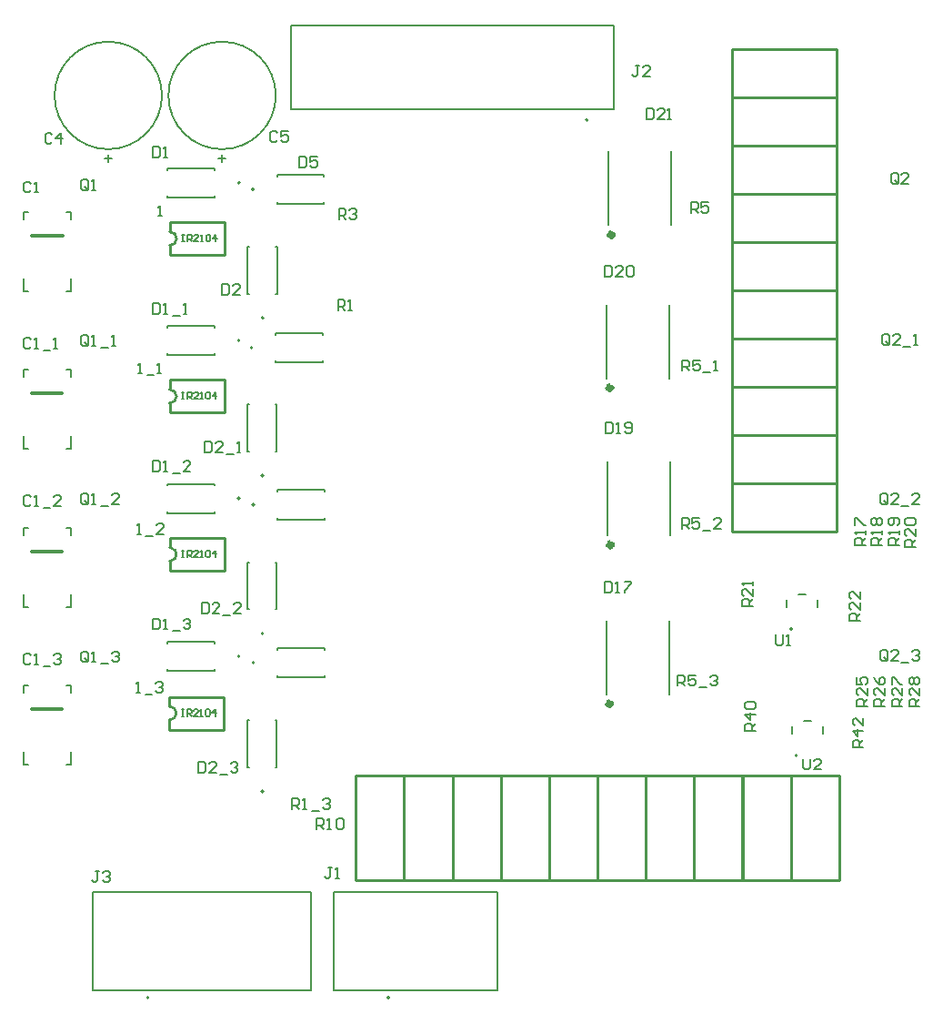
<source format=gto>
G04*
G04 #@! TF.GenerationSoftware,Altium Limited,Altium Designer,20.0.13 (296)*
G04*
G04 Layer_Color=65535*
%FSLAX44Y44*%
%MOMM*%
G71*
G01*
G75*
%ADD10C,0.2000*%
%ADD11C,0.6096*%
%ADD12C,0.2540*%
%ADD13C,0.1270*%
%ADD14C,0.1500*%
%ADD15C,0.3000*%
D10*
X770000Y229950D02*
G03*
X770000Y229950I-1000J0D01*
G01*
X765250Y347650D02*
G03*
X765250Y347650I-1000J0D01*
G01*
X166200Y4950D02*
G03*
X166200Y4950I-1000J0D01*
G01*
X575000Y821250D02*
G03*
X575000Y821250I-1000J0D01*
G01*
X390250Y4950D02*
G03*
X390250Y4950I-1000J0D01*
G01*
X264480Y316330D02*
G03*
X264480Y316330I-1000J0D01*
G01*
Y463227D02*
G03*
X264480Y463227I-1000J0D01*
G01*
X262850Y609150D02*
G03*
X262850Y609150I-1000J0D01*
G01*
X264100Y756650D02*
G03*
X264100Y756650I-1000J0D01*
G01*
X272980Y196530D02*
G03*
X272980Y196530I-1000J0D01*
G01*
Y343427D02*
G03*
X272980Y343427I-1000J0D01*
G01*
Y490323D02*
G03*
X272980Y490323I-1000J0D01*
G01*
X273100Y637100D02*
G03*
X273100Y637100I-1000J0D01*
G01*
X251030Y322280D02*
G03*
X251030Y322280I-1000J0D01*
G01*
Y469177D02*
G03*
X251030Y469177I-1000J0D01*
G01*
Y616073D02*
G03*
X251030Y616073I-1000J0D01*
G01*
X251150Y762850D02*
G03*
X251150Y762850I-1000J0D01*
G01*
X284500Y844000D02*
G03*
X284500Y844000I-50000J0D01*
G01*
X178500D02*
G03*
X178500Y844000I-50000J0D01*
G01*
X234500Y781750D02*
Y788750D01*
X231000Y785250D02*
X238000D01*
X128500Y781750D02*
Y788750D01*
X125000Y785250D02*
X132000D01*
X196880Y272911D02*
X198914D01*
X197897D01*
Y266810D01*
X196880D01*
X198914D01*
X201964D02*
Y272911D01*
X205014D01*
X206031Y271894D01*
Y269860D01*
X205014Y268844D01*
X201964D01*
X203998D02*
X206031Y266810D01*
X212132D02*
X208065D01*
X212132Y270877D01*
Y271894D01*
X211115Y272911D01*
X209082D01*
X208065Y271894D01*
X214166Y266810D02*
X216199D01*
X215182D01*
Y272911D01*
X214166Y271894D01*
X219250D02*
X220266Y272911D01*
X222300D01*
X223317Y271894D01*
Y267827D01*
X222300Y266810D01*
X220266D01*
X219250Y267827D01*
Y271894D01*
X228401Y266810D02*
Y272911D01*
X225351Y269860D01*
X229418D01*
X197110Y420737D02*
X199144D01*
X198127D01*
Y414637D01*
X197110D01*
X199144D01*
X202194D02*
Y420737D01*
X205244D01*
X206261Y419721D01*
Y417687D01*
X205244Y416670D01*
X202194D01*
X204228D02*
X206261Y414637D01*
X212362D02*
X208295D01*
X212362Y418704D01*
Y419721D01*
X211345Y420737D01*
X209312D01*
X208295Y419721D01*
X214396Y414637D02*
X216429D01*
X215413D01*
Y420737D01*
X214396Y419721D01*
X219480D02*
X220497Y420737D01*
X222530D01*
X223547Y419721D01*
Y415653D01*
X222530Y414637D01*
X220497D01*
X219480Y415653D01*
Y419721D01*
X228631Y414637D02*
Y420737D01*
X225581Y417687D01*
X229648D01*
X197110Y567634D02*
X199144D01*
X198127D01*
Y561533D01*
X197110D01*
X199144D01*
X202194D02*
Y567634D01*
X205244D01*
X206261Y566617D01*
Y564584D01*
X205244Y563567D01*
X202194D01*
X204228D02*
X206261Y561533D01*
X212362D02*
X208295D01*
X212362Y565601D01*
Y566617D01*
X211345Y567634D01*
X209312D01*
X208295Y566617D01*
X214396Y561533D02*
X216429D01*
X215413D01*
Y567634D01*
X214396Y566617D01*
X219480D02*
X220497Y567634D01*
X222530D01*
X223547Y566617D01*
Y562550D01*
X222530Y561533D01*
X220497D01*
X219480Y562550D01*
Y566617D01*
X228631Y561533D02*
Y567634D01*
X225581Y564584D01*
X229648D01*
X197230Y714411D02*
X199264D01*
X198247D01*
Y708310D01*
X197230D01*
X199264D01*
X202314D02*
Y714411D01*
X205364D01*
X206381Y713394D01*
Y711360D01*
X205364Y710344D01*
X202314D01*
X204348D02*
X206381Y708310D01*
X212482D02*
X208415D01*
X212482Y712377D01*
Y713394D01*
X211465Y714411D01*
X209432D01*
X208415Y713394D01*
X214516Y708310D02*
X216549D01*
X215532D01*
Y714411D01*
X214516Y713394D01*
X219600D02*
X220616Y714411D01*
X222650D01*
X223667Y713394D01*
Y709327D01*
X222650Y708310D01*
X220616D01*
X219600Y709327D01*
Y713394D01*
X228751Y708310D02*
Y714411D01*
X225700Y711360D01*
X229768D01*
X154504Y288335D02*
X157836D01*
X156170D01*
Y298332D01*
X154504Y296665D01*
X162835Y286668D02*
X169499D01*
X172831Y296665D02*
X174498Y298332D01*
X177830D01*
X179496Y296665D01*
Y294999D01*
X177830Y293333D01*
X176164D01*
X177830D01*
X179496Y291667D01*
Y290001D01*
X177830Y288335D01*
X174498D01*
X172831Y290001D01*
X156170Y585335D02*
X159502D01*
X157836D01*
Y595331D01*
X156170Y593665D01*
X164501Y583669D02*
X171165D01*
X174498Y585335D02*
X177830D01*
X176164D01*
Y595331D01*
X174498Y593665D01*
X155254Y435835D02*
X158586D01*
X156920D01*
Y445831D01*
X155254Y444165D01*
X163585Y434169D02*
X170249D01*
X180246Y435835D02*
X173581D01*
X180246Y442499D01*
Y444165D01*
X178580Y445831D01*
X175248D01*
X173581Y444165D01*
X306419Y786998D02*
Y777002D01*
X311418D01*
X313084Y778668D01*
Y785332D01*
X311418Y786998D01*
X306419D01*
X323081D02*
X316416D01*
Y782000D01*
X319748Y783666D01*
X321414D01*
X323081Y782000D01*
Y778668D01*
X321414Y777002D01*
X318082D01*
X316416Y778668D01*
X775669Y226998D02*
Y218668D01*
X777336Y217002D01*
X780668D01*
X782334Y218668D01*
Y226998D01*
X792331Y217002D02*
X785666D01*
X792331Y223666D01*
Y225332D01*
X790665Y226998D01*
X787332D01*
X785666Y225332D01*
X750335Y342248D02*
Y333918D01*
X752002Y332252D01*
X755334D01*
X757000Y333918D01*
Y342248D01*
X760332Y332252D02*
X763664D01*
X761998D01*
Y342248D01*
X760332Y340582D01*
X831498Y237921D02*
X821502D01*
Y242919D01*
X823168Y244585D01*
X826500D01*
X828166Y242919D01*
Y237921D01*
Y241253D02*
X831498Y244585D01*
Y252916D02*
X821502D01*
X826500Y247918D01*
Y254582D01*
X831498Y264579D02*
Y257915D01*
X824834Y264579D01*
X823168D01*
X821502Y262913D01*
Y259581D01*
X823168Y257915D01*
X731548Y252997D02*
X721552D01*
Y257995D01*
X723218Y259661D01*
X726550D01*
X728216Y257995D01*
Y252997D01*
Y256329D02*
X731548Y259661D01*
Y267992D02*
X721552D01*
X726550Y262994D01*
Y269658D01*
X723218Y272990D02*
X721552Y274656D01*
Y277989D01*
X723218Y279655D01*
X729882D01*
X731548Y277989D01*
Y274656D01*
X729882Y272990D01*
X723218D01*
X883998Y275921D02*
X874002D01*
Y280919D01*
X875668Y282585D01*
X879000D01*
X880666Y280919D01*
Y275921D01*
Y279253D02*
X883998Y282585D01*
Y292582D02*
Y285918D01*
X877334Y292582D01*
X875668D01*
X874002Y290916D01*
Y287584D01*
X875668Y285918D01*
Y295914D02*
X874002Y297581D01*
Y300913D01*
X875668Y302579D01*
X877334D01*
X879000Y300913D01*
X880666Y302579D01*
X882332D01*
X883998Y300913D01*
Y297581D01*
X882332Y295914D01*
X880666D01*
X879000Y297581D01*
X877334Y295914D01*
X875668D01*
X879000Y297581D02*
Y300913D01*
X867998Y275921D02*
X858002D01*
Y280919D01*
X859668Y282586D01*
X863000D01*
X864666Y280919D01*
Y275921D01*
Y279253D02*
X867998Y282586D01*
Y292582D02*
Y285918D01*
X861334Y292582D01*
X859668D01*
X858002Y290916D01*
Y287584D01*
X859668Y285918D01*
X858002Y295914D02*
Y302579D01*
X859668D01*
X866332Y295914D01*
X867998D01*
X851748Y275921D02*
X841752D01*
Y280919D01*
X843418Y282586D01*
X846750D01*
X848416Y280919D01*
Y275921D01*
Y279253D02*
X851748Y282586D01*
Y292582D02*
Y285918D01*
X845084Y292582D01*
X843418D01*
X841752Y290916D01*
Y287584D01*
X843418Y285918D01*
X841752Y302579D02*
X843418Y299247D01*
X846750Y295914D01*
X850082D01*
X851748Y297581D01*
Y300913D01*
X850082Y302579D01*
X848416D01*
X846750Y300913D01*
Y295914D01*
X835498Y275921D02*
X825502D01*
Y280919D01*
X827168Y282586D01*
X830500D01*
X832166Y280919D01*
Y275921D01*
Y279253D02*
X835498Y282586D01*
Y292582D02*
Y285918D01*
X828834Y292582D01*
X827168D01*
X825502Y290916D01*
Y287584D01*
X827168Y285918D01*
X825502Y302579D02*
Y295914D01*
X830500D01*
X828834Y299247D01*
Y300913D01*
X830500Y302579D01*
X833832D01*
X835498Y300913D01*
Y297581D01*
X833832Y295914D01*
X828248Y355671D02*
X818252D01*
Y360669D01*
X819918Y362335D01*
X823250D01*
X824916Y360669D01*
Y355671D01*
Y359003D02*
X828248Y362335D01*
Y372332D02*
Y365668D01*
X821584Y372332D01*
X819918D01*
X818252Y370666D01*
Y367334D01*
X819918Y365668D01*
X828248Y382329D02*
Y375664D01*
X821584Y382329D01*
X819918D01*
X818252Y380663D01*
Y377331D01*
X819918Y375664D01*
X728498Y368587D02*
X718502D01*
Y373586D01*
X720168Y375252D01*
X723500D01*
X725166Y373586D01*
Y368587D01*
Y371919D02*
X728498Y375252D01*
Y385248D02*
Y378584D01*
X721834Y385248D01*
X720168D01*
X718502Y383582D01*
Y380250D01*
X720168Y378584D01*
X728498Y388581D02*
Y391913D01*
Y390247D01*
X718502D01*
X720168Y388581D01*
X880248Y424338D02*
X870252D01*
Y429336D01*
X871918Y431002D01*
X875250D01*
X876916Y429336D01*
Y424338D01*
Y427670D02*
X880248Y431002D01*
Y440999D02*
Y434335D01*
X873584Y440999D01*
X871918D01*
X870252Y439333D01*
Y436001D01*
X871918Y434335D01*
Y444331D02*
X870252Y445998D01*
Y449330D01*
X871918Y450996D01*
X878582D01*
X880248Y449330D01*
Y445998D01*
X878582Y444331D01*
X871918D01*
X864748Y426004D02*
X854752D01*
Y431002D01*
X856418Y432668D01*
X859750D01*
X861416Y431002D01*
Y426004D01*
Y429336D02*
X864748Y432668D01*
Y436001D02*
Y439333D01*
Y437667D01*
X854752D01*
X856418Y436001D01*
X863082Y444331D02*
X864748Y445998D01*
Y449330D01*
X863082Y450996D01*
X856418D01*
X854752Y449330D01*
Y445998D01*
X856418Y444331D01*
X858084D01*
X859750Y445998D01*
Y450996D01*
X848998Y426004D02*
X839001D01*
Y431002D01*
X840668Y432668D01*
X844000D01*
X845666Y431002D01*
Y426004D01*
Y429336D02*
X848998Y432668D01*
Y436001D02*
Y439333D01*
Y437667D01*
X839001D01*
X840668Y436001D01*
Y444331D02*
X839001Y445998D01*
Y449330D01*
X840668Y450996D01*
X842334D01*
X844000Y449330D01*
X845666Y450996D01*
X847332D01*
X848998Y449330D01*
Y445998D01*
X847332Y444331D01*
X845666D01*
X844000Y445998D01*
X842334Y444331D01*
X840668D01*
X844000Y445998D02*
Y449330D01*
X833998Y426004D02*
X824002D01*
Y431002D01*
X825668Y432669D01*
X829000D01*
X830666Y431002D01*
Y426004D01*
Y429336D02*
X833998Y432669D01*
Y436001D02*
Y439333D01*
Y437667D01*
X824002D01*
X825668Y436001D01*
X824002Y444332D02*
Y450996D01*
X825668D01*
X832332Y444332D01*
X833998D01*
X322610Y161278D02*
Y171275D01*
X327608D01*
X329274Y169609D01*
Y166276D01*
X327608Y164610D01*
X322610D01*
X325942D02*
X329274Y161278D01*
X332607D02*
X335939D01*
X334273D01*
Y171275D01*
X332607Y169609D01*
X340937D02*
X342604Y171275D01*
X345936D01*
X347602Y169609D01*
Y162944D01*
X345936Y161278D01*
X342604D01*
X340937Y162944D01*
Y169609D01*
X286084Y809082D02*
X284418Y810748D01*
X281085D01*
X279419Y809082D01*
Y802418D01*
X281085Y800752D01*
X284418D01*
X286084Y802418D01*
X296081Y810748D02*
X289416D01*
Y805750D01*
X292748Y807416D01*
X294415D01*
X296081Y805750D01*
Y802418D01*
X294415Y800752D01*
X291082D01*
X289416Y802418D01*
X76334Y807082D02*
X74668Y808748D01*
X71336D01*
X69669Y807082D01*
Y800418D01*
X71336Y798752D01*
X74668D01*
X76334Y800418D01*
X84664Y798752D02*
Y808748D01*
X79666Y803750D01*
X86331D01*
X56301Y323209D02*
X54634Y324875D01*
X51302D01*
X49636Y323209D01*
Y316544D01*
X51302Y314878D01*
X54634D01*
X56301Y316544D01*
X59633Y314878D02*
X62965D01*
X61299D01*
Y324875D01*
X59633Y323209D01*
X67963Y313212D02*
X74628D01*
X77960Y323209D02*
X79626Y324875D01*
X82959D01*
X84625Y323209D01*
Y321543D01*
X82959Y319876D01*
X81292D01*
X82959D01*
X84625Y318210D01*
Y316544D01*
X82959Y314878D01*
X79626D01*
X77960Y316544D01*
X170032Y357387D02*
Y347390D01*
X175030D01*
X176696Y349056D01*
Y355721D01*
X175030Y357387D01*
X170032D01*
X180029Y347390D02*
X183361D01*
X181695D01*
Y357387D01*
X180029Y355721D01*
X188359Y345724D02*
X195024D01*
X198356Y355721D02*
X200022Y357387D01*
X203355D01*
X205021Y355721D01*
Y354054D01*
X203355Y352388D01*
X201688D01*
X203355D01*
X205021Y350722D01*
Y349056D01*
X203355Y347390D01*
X200022D01*
X198356Y349056D01*
X212423Y224331D02*
Y214335D01*
X217421D01*
X219087Y216001D01*
Y222665D01*
X217421Y224331D01*
X212423D01*
X229084Y214335D02*
X222419D01*
X229084Y220999D01*
Y222665D01*
X227418Y224331D01*
X224086D01*
X222419Y222665D01*
X232416Y212669D02*
X239081D01*
X242413Y222665D02*
X244079Y224331D01*
X247411D01*
X249077Y222665D01*
Y220999D01*
X247411Y219333D01*
X245745D01*
X247411D01*
X249077Y217667D01*
Y216001D01*
X247411Y214335D01*
X244079D01*
X242413Y216001D01*
X299876Y179905D02*
Y189901D01*
X304874D01*
X306540Y188235D01*
Y184903D01*
X304874Y183237D01*
X299876D01*
X303208D02*
X306540Y179905D01*
X309872D02*
X313205D01*
X311539D01*
Y189901D01*
X309872Y188235D01*
X318203Y178239D02*
X324868D01*
X328200Y188235D02*
X329866Y189901D01*
X333198D01*
X334864Y188235D01*
Y186569D01*
X333198Y184903D01*
X331532D01*
X333198D01*
X334864Y183237D01*
Y181571D01*
X333198Y179905D01*
X329866D01*
X328200Y181571D01*
X658673Y294835D02*
Y304832D01*
X663671D01*
X665337Y303165D01*
Y299833D01*
X663671Y298167D01*
X658673D01*
X662005D02*
X665337Y294835D01*
X675334Y304832D02*
X668669D01*
Y299833D01*
X672002Y301499D01*
X673668D01*
X675334Y299833D01*
Y296501D01*
X673668Y294835D01*
X670335D01*
X668669Y296501D01*
X678666Y293169D02*
X685331D01*
X688663Y303165D02*
X690329Y304832D01*
X693661D01*
X695327Y303165D01*
Y301499D01*
X693661Y299833D01*
X691995D01*
X693661D01*
X695327Y298167D01*
Y296501D01*
X693661Y294835D01*
X690329D01*
X688663Y296501D01*
X56301Y470275D02*
X54634Y471941D01*
X51302D01*
X49636Y470275D01*
Y463610D01*
X51302Y461944D01*
X54634D01*
X56301Y463610D01*
X59633Y461944D02*
X62965D01*
X61299D01*
Y471941D01*
X59633Y470275D01*
X67963Y460278D02*
X74628D01*
X84625Y461944D02*
X77960D01*
X84625Y468609D01*
Y470275D01*
X82959Y471941D01*
X79626D01*
X77960Y470275D01*
X170032Y504199D02*
Y494202D01*
X175030D01*
X176696Y495868D01*
Y502533D01*
X175030Y504199D01*
X170032D01*
X180029Y494202D02*
X183361D01*
X181695D01*
Y504199D01*
X180029Y502533D01*
X188359Y492536D02*
X195024D01*
X205021Y494202D02*
X198356D01*
X205021Y500867D01*
Y502533D01*
X203355Y504199D01*
X200022D01*
X198356Y502533D01*
X215423Y372332D02*
Y362335D01*
X220421D01*
X222087Y364001D01*
Y370665D01*
X220421Y372332D01*
X215423D01*
X232084Y362335D02*
X225419D01*
X232084Y368999D01*
Y370665D01*
X230418Y372332D01*
X227085D01*
X225419Y370665D01*
X235416Y360668D02*
X242081D01*
X252077Y362335D02*
X245413D01*
X252077Y368999D01*
Y370665D01*
X250411Y372332D01*
X247079D01*
X245413Y370665D01*
X662423Y440835D02*
Y450831D01*
X667421D01*
X669087Y449165D01*
Y445833D01*
X667421Y444167D01*
X662423D01*
X665755D02*
X669087Y440835D01*
X679084Y450831D02*
X672419D01*
Y445833D01*
X675752Y447499D01*
X677418D01*
X679084Y445833D01*
Y442501D01*
X677418Y440835D01*
X674085D01*
X672419Y442501D01*
X682416Y439169D02*
X689081D01*
X699077Y440835D02*
X692413D01*
X699077Y447499D01*
Y449165D01*
X697411Y450831D01*
X694079D01*
X692413Y449165D01*
X56301Y617087D02*
X54634Y618753D01*
X51302D01*
X49636Y617087D01*
Y610422D01*
X51302Y608756D01*
X54634D01*
X56301Y610422D01*
X59633Y608756D02*
X62965D01*
X61299D01*
Y618753D01*
X59633Y617087D01*
X67963Y607090D02*
X74628D01*
X77960Y608756D02*
X81292D01*
X79626D01*
Y618753D01*
X77960Y617087D01*
X170032Y651011D02*
Y641014D01*
X175030D01*
X176696Y642680D01*
Y649345D01*
X175030Y651011D01*
X170032D01*
X180029Y641014D02*
X183361D01*
X181695D01*
Y651011D01*
X180029Y649345D01*
X188359Y639348D02*
X195024D01*
X198356Y641014D02*
X201688D01*
X200022D01*
Y651011D01*
X198356Y649345D01*
X218339Y521832D02*
Y511835D01*
X223337D01*
X225003Y513501D01*
Y520165D01*
X223337Y521832D01*
X218339D01*
X235000Y511835D02*
X228335D01*
X235000Y518499D01*
Y520165D01*
X233334Y521832D01*
X230002D01*
X228335Y520165D01*
X238332Y510169D02*
X244997D01*
X248329Y511835D02*
X251661D01*
X249995D01*
Y521832D01*
X248329Y520165D01*
X662589Y587835D02*
Y597831D01*
X667587D01*
X669253Y596165D01*
Y592833D01*
X667587Y591167D01*
X662589D01*
X665921D02*
X669253Y587835D01*
X679250Y597831D02*
X672586D01*
Y592833D01*
X675918Y594499D01*
X677584D01*
X679250Y592833D01*
Y589501D01*
X677584Y587835D01*
X674252D01*
X672586Y589501D01*
X682582Y586169D02*
X689247D01*
X692579Y587835D02*
X695911D01*
X694245D01*
Y597831D01*
X692579Y596165D01*
X670919Y735002D02*
Y744998D01*
X675918D01*
X677584Y743332D01*
Y740000D01*
X675918Y738334D01*
X670919D01*
X674252D02*
X677584Y735002D01*
X687581Y744998D02*
X680916D01*
Y740000D01*
X684248Y741666D01*
X685915D01*
X687581Y740000D01*
Y736668D01*
X685915Y735002D01*
X682582D01*
X680916Y736668D01*
X343169Y729002D02*
Y738998D01*
X348168D01*
X349834Y737332D01*
Y734000D01*
X348168Y732334D01*
X343169D01*
X346502D02*
X349834Y729002D01*
X353166Y737332D02*
X354832Y738998D01*
X358164D01*
X359831Y737332D01*
Y735666D01*
X358164Y734000D01*
X356498D01*
X358164D01*
X359831Y732334D01*
Y730668D01*
X358164Y729002D01*
X354832D01*
X353166Y730668D01*
X342336Y644252D02*
Y654248D01*
X347334D01*
X349000Y652582D01*
Y649250D01*
X347334Y647584D01*
X342336D01*
X345668D02*
X349000Y644252D01*
X352332D02*
X355664D01*
X353998D01*
Y654248D01*
X352332Y652582D01*
X853837Y319751D02*
Y326415D01*
X852171Y328082D01*
X848839D01*
X847173Y326415D01*
Y319751D01*
X848839Y318085D01*
X852171D01*
X850505Y321417D02*
X853837Y318085D01*
X852171D02*
X853837Y319751D01*
X863834Y318085D02*
X857169D01*
X863834Y324749D01*
Y326415D01*
X862168Y328082D01*
X858836D01*
X857169Y326415D01*
X867166Y316418D02*
X873831D01*
X877163Y326415D02*
X878829Y328082D01*
X882161D01*
X883827Y326415D01*
Y324749D01*
X882161Y323083D01*
X880495D01*
X882161D01*
X883827Y321417D01*
Y319751D01*
X882161Y318085D01*
X878829D01*
X877163Y319751D01*
X109895Y318576D02*
Y325241D01*
X108228Y326907D01*
X104896D01*
X103230Y325241D01*
Y318576D01*
X104896Y316910D01*
X108228D01*
X106562Y320242D02*
X109895Y316910D01*
X108228D02*
X109895Y318576D01*
X113227Y316910D02*
X116559D01*
X114893D01*
Y326907D01*
X113227Y325241D01*
X121557Y315244D02*
X128222D01*
X131554Y325241D02*
X133220Y326907D01*
X136553D01*
X138219Y325241D01*
Y323574D01*
X136553Y321908D01*
X134886D01*
X136553D01*
X138219Y320242D01*
Y318576D01*
X136553Y316910D01*
X133220D01*
X131554Y318576D01*
X853837Y465501D02*
Y472165D01*
X852171Y473831D01*
X848839D01*
X847173Y472165D01*
Y465501D01*
X848839Y463835D01*
X852171D01*
X850505Y467167D02*
X853837Y463835D01*
X852171D02*
X853837Y465501D01*
X863834Y463835D02*
X857169D01*
X863834Y470499D01*
Y472165D01*
X862168Y473831D01*
X858836D01*
X857169Y472165D01*
X867166Y462169D02*
X873831D01*
X883827Y463835D02*
X877163D01*
X883827Y470499D01*
Y472165D01*
X882161Y473831D01*
X878829D01*
X877163Y472165D01*
X109895Y465642D02*
Y472307D01*
X108228Y473973D01*
X104896D01*
X103230Y472307D01*
Y465642D01*
X104896Y463976D01*
X108228D01*
X106562Y467308D02*
X109895Y463976D01*
X108228D02*
X109895Y465642D01*
X113227Y463976D02*
X116559D01*
X114893D01*
Y473973D01*
X113227Y472307D01*
X121557Y462310D02*
X128222D01*
X138219Y463976D02*
X131554D01*
X138219Y470640D01*
Y472307D01*
X136553Y473973D01*
X133220D01*
X131554Y472307D01*
X855503Y613751D02*
Y620415D01*
X853837Y622081D01*
X850505D01*
X848839Y620415D01*
Y613751D01*
X850505Y612085D01*
X853837D01*
X852171Y615417D02*
X855503Y612085D01*
X853837D02*
X855503Y613751D01*
X865500Y612085D02*
X858836D01*
X865500Y618749D01*
Y620415D01*
X863834Y622081D01*
X860502D01*
X858836Y620415D01*
X868832Y610419D02*
X875497D01*
X878829Y612085D02*
X882161D01*
X880495D01*
Y622081D01*
X878829Y620415D01*
X109895Y612454D02*
Y619119D01*
X108228Y620785D01*
X104896D01*
X103230Y619119D01*
Y612454D01*
X104896Y610788D01*
X108228D01*
X106562Y614120D02*
X109895Y610788D01*
X108228D02*
X109895Y612454D01*
X113227Y610788D02*
X116559D01*
X114893D01*
Y620785D01*
X113227Y619119D01*
X121557Y609122D02*
X128222D01*
X131554Y610788D02*
X134886D01*
X133220D01*
Y620785D01*
X131554Y619119D01*
X863834Y763418D02*
Y770082D01*
X862168Y771748D01*
X858836D01*
X857169Y770082D01*
Y763418D01*
X858836Y761752D01*
X862168D01*
X860502Y765084D02*
X863834Y761752D01*
X862168D02*
X863834Y763418D01*
X873831Y761752D02*
X867166D01*
X873831Y768416D01*
Y770082D01*
X872165Y771748D01*
X868832D01*
X867166Y770082D01*
X110148Y757488D02*
Y764153D01*
X108482Y765819D01*
X105150D01*
X103484Y764153D01*
Y757488D01*
X105150Y755822D01*
X108482D01*
X106816Y759154D02*
X110148Y755822D01*
X108482D02*
X110148Y757488D01*
X113481Y755822D02*
X116813D01*
X115147D01*
Y765819D01*
X113481Y764153D01*
X120309Y122691D02*
X116976D01*
X118642D01*
Y114360D01*
X116976Y112694D01*
X115310D01*
X113644Y114360D01*
X123641Y121025D02*
X125307Y122691D01*
X128639D01*
X130305Y121025D01*
Y119359D01*
X128639Y117692D01*
X126973D01*
X128639D01*
X130305Y116026D01*
Y114360D01*
X128639Y112694D01*
X125307D01*
X123641Y114360D01*
X623084Y871998D02*
X619752D01*
X621418D01*
Y863668D01*
X619752Y862002D01*
X618086D01*
X616419Y863668D01*
X633081Y862002D02*
X626416D01*
X633081Y868666D01*
Y870332D01*
X631414Y871998D01*
X628082D01*
X626416Y870332D01*
X337000Y125998D02*
X333668D01*
X335334D01*
Y117668D01*
X333668Y116002D01*
X332002D01*
X330336Y117668D01*
X340332Y116002D02*
X343665D01*
X341998D01*
Y125998D01*
X340332Y124332D01*
X629587Y831813D02*
Y821817D01*
X634585D01*
X636252Y823483D01*
Y830147D01*
X634585Y831813D01*
X629587D01*
X646248Y821817D02*
X639584D01*
X646248Y828481D01*
Y830147D01*
X644582Y831813D01*
X641250D01*
X639584Y830147D01*
X649581Y821817D02*
X652913D01*
X651247D01*
Y831813D01*
X649581Y830147D01*
X590910Y685555D02*
Y675558D01*
X595908D01*
X597575Y677224D01*
Y683889D01*
X595908Y685555D01*
X590910D01*
X607571Y675558D02*
X600907D01*
X607571Y682223D01*
Y683889D01*
X605905Y685555D01*
X602573D01*
X600907Y683889D01*
X610904D02*
X612570Y685555D01*
X615902D01*
X617568Y683889D01*
Y677224D01*
X615902Y675558D01*
X612570D01*
X610904Y677224D01*
Y683889D01*
X591418Y539505D02*
Y529508D01*
X596416D01*
X598083Y531174D01*
Y537839D01*
X596416Y539505D01*
X591418D01*
X601415Y529508D02*
X604747D01*
X603081D01*
Y539505D01*
X601415Y537839D01*
X609745Y531174D02*
X611412Y529508D01*
X614744D01*
X616410Y531174D01*
Y537839D01*
X614744Y539505D01*
X611412D01*
X609745Y537839D01*
Y536172D01*
X611412Y534506D01*
X616410D01*
X590656Y391423D02*
Y381426D01*
X595654D01*
X597321Y383092D01*
Y389757D01*
X595654Y391423D01*
X590656D01*
X600653Y381426D02*
X603985D01*
X602319D01*
Y391423D01*
X600653Y389757D01*
X608983Y391423D02*
X615648D01*
Y389757D01*
X608983Y383092D01*
Y381426D01*
X234419Y668248D02*
Y658252D01*
X239418D01*
X241084Y659918D01*
Y666582D01*
X239418Y668248D01*
X234419D01*
X251081Y658252D02*
X244416D01*
X251081Y664916D01*
Y666582D01*
X249415Y668248D01*
X246082D01*
X244416Y666582D01*
X170286Y796299D02*
Y786302D01*
X175284D01*
X176950Y787968D01*
Y794633D01*
X175284Y796299D01*
X170286D01*
X180283Y786302D02*
X183615D01*
X181949D01*
Y796299D01*
X180283Y794633D01*
X56301Y762121D02*
X54634Y763787D01*
X51302D01*
X49636Y762121D01*
Y755456D01*
X51302Y753790D01*
X54634D01*
X56301Y755456D01*
X59633Y753790D02*
X62965D01*
X61299D01*
Y763787D01*
X59633Y762121D01*
X174858Y731692D02*
X178190D01*
X176524D01*
Y741689D01*
X174858Y740023D01*
D11*
X598330Y714385D02*
G03*
X598330Y714385I-1500J0D01*
G01*
X596830Y572070D02*
G03*
X596830Y572070I-1500J0D01*
G01*
X597330Y426070D02*
G03*
X597330Y426070I-1500J0D01*
G01*
X596580Y278070D02*
G03*
X596580Y278070I-1500J0D01*
G01*
D12*
X185450Y263000D02*
G03*
X185450Y275700I0J6350D01*
G01*
X185680Y410827D02*
G03*
X185680Y423527I0J6350D01*
G01*
Y557723D02*
G03*
X185680Y570423I0J6350D01*
G01*
X185800Y704500D02*
G03*
X185800Y717200I0J6350D01*
G01*
X359030Y211250D02*
X404030D01*
X359030Y113750D02*
X404030D01*
X359030D02*
Y211250D01*
X404030Y113750D02*
Y211250D01*
X404000D02*
X449000D01*
X404000Y113750D02*
X449000D01*
X404000D02*
Y211250D01*
X449000Y113750D02*
Y211250D01*
X449250D02*
X494250D01*
X449250Y113750D02*
X494250D01*
X449250D02*
Y211250D01*
X494250Y113750D02*
Y211250D01*
X494250D02*
X539250D01*
X494250Y113750D02*
X539250D01*
X494250D02*
Y211250D01*
X539250Y113750D02*
Y211250D01*
X539000D02*
X584000D01*
X539000Y113750D02*
X584000D01*
X539000D02*
Y211250D01*
X584000Y113750D02*
Y211250D01*
X629000D01*
X584000Y113750D02*
X629000D01*
X584000D02*
Y211250D01*
X629000Y113750D02*
Y211250D01*
X674000D01*
X629000Y113750D02*
X674000D01*
X629000D02*
Y211250D01*
X674000Y113750D02*
Y211250D01*
X674000D02*
X719000D01*
X674000Y113750D02*
X719000D01*
X674000D02*
Y211250D01*
X719000Y113750D02*
Y211250D01*
X719250D02*
X764250D01*
X719250Y113750D02*
X764250D01*
X719250D02*
Y211250D01*
X764250Y113750D02*
Y211250D01*
X809250D01*
X764250Y113750D02*
X809250D01*
X764250D02*
Y211250D01*
X809250Y113750D02*
Y211250D01*
X806860Y842250D02*
Y887250D01*
X709360Y842250D02*
Y887250D01*
X806860D01*
X709360Y842250D02*
X806860D01*
Y797500D02*
Y842500D01*
X709360Y797500D02*
Y842500D01*
X806860D01*
X709360Y797500D02*
X806860D01*
Y752500D02*
Y797500D01*
X709360Y752500D02*
Y797500D01*
X806860D01*
X709360Y752500D02*
X806860D01*
Y707750D02*
Y752750D01*
X709360Y707750D02*
Y752750D01*
X806860D01*
X709360Y707750D02*
X806860D01*
Y662750D02*
Y707750D01*
X709360Y662750D02*
Y707750D01*
X806860D01*
X709360Y662750D02*
X806860D01*
Y618000D02*
Y663000D01*
X709360Y618000D02*
Y663000D01*
X806860D01*
X709360Y618000D02*
X806860D01*
Y573000D02*
Y618000D01*
X709360Y573000D02*
Y618000D01*
X806860D01*
X709360Y573000D02*
X806860D01*
Y528250D02*
Y573250D01*
X709360Y528250D02*
Y573250D01*
X806860D01*
X709360Y528250D02*
X806860D01*
Y483250D02*
Y528250D01*
X709360Y483250D02*
Y528250D01*
X806860D01*
X709360Y483250D02*
X806860D01*
Y438450D02*
Y483450D01*
X709360Y438450D02*
Y483450D01*
X806860D01*
X709360Y438450D02*
X806860D01*
X236250Y254110D02*
Y284590D01*
X185450Y254110D02*
X236250D01*
X185450Y284590D02*
X236250D01*
X185450Y275700D02*
Y284590D01*
Y254110D02*
Y263000D01*
X236480Y401937D02*
Y432417D01*
X185680Y401937D02*
X236480D01*
X185680Y432417D02*
X236480D01*
X185680Y423527D02*
Y432417D01*
Y401937D02*
Y410827D01*
X236480Y548833D02*
Y579313D01*
X185680Y548833D02*
X236480D01*
X185680Y579313D02*
X236480D01*
X185680Y570423D02*
Y579313D01*
Y548833D02*
Y557723D01*
X236600Y695610D02*
Y726090D01*
X185800Y695610D02*
X236600D01*
X185800Y726090D02*
X236600D01*
X185800Y717200D02*
Y726090D01*
Y695610D02*
Y704500D01*
D13*
X794000Y250750D02*
Y257350D01*
X776150Y262050D02*
X782850D01*
X765000Y250750D02*
Y257350D01*
X789250Y368450D02*
Y375050D01*
X771400Y379750D02*
X778100D01*
X760250Y368450D02*
Y375050D01*
X114500Y102950D02*
X317500D01*
X114500Y11950D02*
Y102950D01*
Y11950D02*
X317500D01*
Y102950D01*
X599000Y831250D02*
Y909250D01*
X299000Y831250D02*
Y909250D01*
Y831250D02*
X599000D01*
X299000Y909250D02*
X599000D01*
X338550Y102950D02*
X491050D01*
Y11950D02*
Y102950D01*
X338550Y11950D02*
Y102950D01*
Y11950D02*
X491050D01*
X652700Y723265D02*
Y791865D01*
X594300Y723265D02*
Y791865D01*
X651200Y580950D02*
Y649550D01*
X592800Y580950D02*
Y649550D01*
X651700Y434950D02*
Y503550D01*
X593300Y434950D02*
Y503550D01*
X650950Y286950D02*
Y355550D01*
X592550Y286950D02*
Y355550D01*
X286005Y330055D02*
X329755D01*
X286005Y302805D02*
X329755D01*
X286005Y328430D02*
Y330055D01*
Y302805D02*
Y304430D01*
X329755Y328430D02*
Y330055D01*
Y302805D02*
Y304430D01*
X286005Y476952D02*
X329755D01*
X286005Y449702D02*
X329755D01*
X286005Y475327D02*
Y476952D01*
Y449702D02*
Y451327D01*
X329755Y475327D02*
Y476952D01*
Y449702D02*
Y451327D01*
X284375Y622875D02*
X328125D01*
X284375Y595625D02*
X328125D01*
X284375Y621250D02*
Y622875D01*
Y595625D02*
Y597250D01*
X328125Y621250D02*
Y622875D01*
Y595625D02*
Y597250D01*
X285625Y770375D02*
X329375D01*
X285625Y743125D02*
X329375D01*
X285625Y768750D02*
Y770375D01*
Y743125D02*
Y744750D01*
X329375Y768750D02*
Y770375D01*
Y743125D02*
Y744750D01*
X258255Y219055D02*
Y262805D01*
X285505Y219055D02*
Y262805D01*
X258255Y219055D02*
X259880D01*
X283880D02*
X285505D01*
X258255Y262805D02*
X259880D01*
X283880D02*
X285505D01*
X258255Y365952D02*
Y409702D01*
X285505Y365952D02*
Y409702D01*
X258255Y365952D02*
X259880D01*
X283880D02*
X285505D01*
X258255Y409702D02*
X259880D01*
X283880D02*
X285505D01*
X258255Y512848D02*
Y556598D01*
X285505Y512848D02*
Y556598D01*
X258255Y512848D02*
X259880D01*
X283880D02*
X285505D01*
X258255Y556598D02*
X259880D01*
X283880D02*
X285505D01*
X258375Y659625D02*
Y703375D01*
X285625Y659625D02*
Y703375D01*
X258375Y659625D02*
X260000D01*
X284000D02*
X285625D01*
X258375Y703375D02*
X260000D01*
X284000D02*
X285625D01*
X183755Y308555D02*
X227505D01*
X183755Y335805D02*
X227505D01*
Y308555D02*
Y310180D01*
Y334180D02*
Y335805D01*
X183755Y308555D02*
Y310180D01*
Y334180D02*
Y335805D01*
Y455452D02*
X227505D01*
X183755Y482702D02*
X227505D01*
Y455452D02*
Y457077D01*
Y481077D02*
Y482702D01*
X183755Y455452D02*
Y457077D01*
Y481077D02*
Y482702D01*
Y602348D02*
X227505D01*
X183755Y629598D02*
X227505D01*
Y602348D02*
Y603973D01*
Y627973D02*
Y629598D01*
X183755Y602348D02*
Y603973D01*
Y627973D02*
Y629598D01*
X183875Y749125D02*
X227625D01*
X183875Y776375D02*
X227625D01*
Y749125D02*
Y750750D01*
Y774750D02*
Y776375D01*
X183875Y749125D02*
Y750750D01*
Y774750D02*
Y776375D01*
D14*
X49630Y295180D02*
X53630D01*
X49630Y288180D02*
Y295180D01*
X89630D02*
X93630D01*
Y288180D02*
Y295180D01*
X49630Y221180D02*
X53630D01*
X49630D02*
Y233180D01*
X89630Y221180D02*
X93630D01*
Y233180D01*
X49630Y442077D02*
X53630D01*
X49630Y435077D02*
Y442077D01*
X89630D02*
X93630D01*
Y435077D02*
Y442077D01*
X49630Y368077D02*
X53630D01*
X49630D02*
Y380077D01*
X89630Y368077D02*
X93630D01*
Y380077D01*
X49630Y588973D02*
X53630D01*
X49630Y581973D02*
Y588973D01*
X89630D02*
X93630D01*
Y581973D02*
Y588973D01*
X49630Y514973D02*
X53630D01*
X49630D02*
Y526973D01*
X89630Y514973D02*
X93630D01*
Y526973D01*
X49750Y735750D02*
X53750D01*
X49750Y728750D02*
Y735750D01*
X89750D02*
X93750D01*
Y728750D02*
Y735750D01*
X49750Y661750D02*
X53750D01*
X49750D02*
Y673750D01*
X89750Y661750D02*
X93750D01*
Y673750D01*
D15*
X57630Y273180D02*
X85630D01*
X57630Y420077D02*
X85630D01*
X57630Y566973D02*
X85630D01*
X57750Y713750D02*
X85750D01*
M02*

</source>
